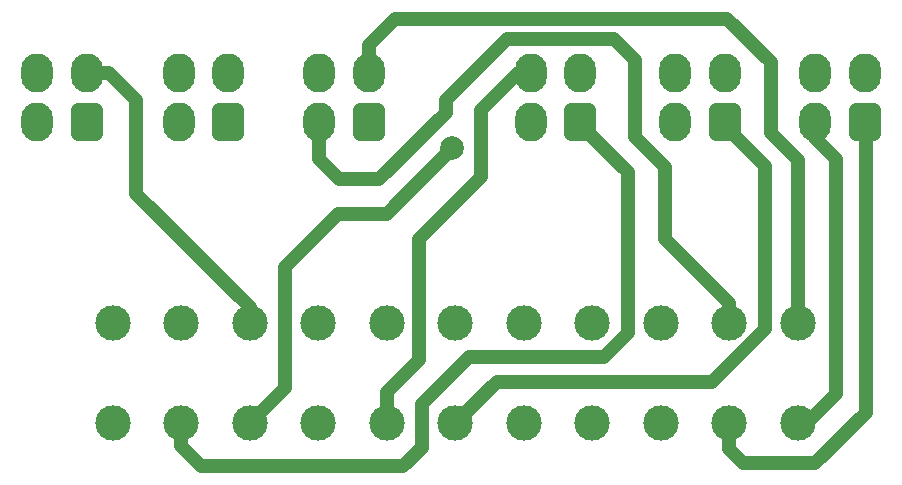
<source format=gbl>
G04 #@! TF.GenerationSoftware,KiCad,Pcbnew,6.0.11-2627ca5db0~126~ubuntu22.04.1*
G04 #@! TF.CreationDate,2026-01-10T21:31:22+11:00*
G04 #@! TF.ProjectId,CBR_AdapterBoard,4342525f-4164-4617-9074-6572426f6172,rev?*
G04 #@! TF.SameCoordinates,Original*
G04 #@! TF.FileFunction,Copper,L2,Bot*
G04 #@! TF.FilePolarity,Positive*
%FSLAX46Y46*%
G04 Gerber Fmt 4.6, Leading zero omitted, Abs format (unit mm)*
G04 Created by KiCad (PCBNEW 6.0.11-2627ca5db0~126~ubuntu22.04.1) date 2026-01-10 21:31:22*
%MOMM*%
%LPD*%
G01*
G04 APERTURE LIST*
G04 Aperture macros list*
%AMRoundRect*
0 Rectangle with rounded corners*
0 $1 Rounding radius*
0 $2 $3 $4 $5 $6 $7 $8 $9 X,Y pos of 4 corners*
0 Add a 4 corners polygon primitive as box body*
4,1,4,$2,$3,$4,$5,$6,$7,$8,$9,$2,$3,0*
0 Add four circle primitives for the rounded corners*
1,1,$1+$1,$2,$3*
1,1,$1+$1,$4,$5*
1,1,$1+$1,$6,$7*
1,1,$1+$1,$8,$9*
0 Add four rect primitives between the rounded corners*
20,1,$1+$1,$2,$3,$4,$5,0*
20,1,$1+$1,$4,$5,$6,$7,0*
20,1,$1+$1,$6,$7,$8,$9,0*
20,1,$1+$1,$8,$9,$2,$3,0*%
G04 Aperture macros list end*
G04 #@! TA.AperFunction,ComponentPad*
%ADD10C,3.000000*%
G04 #@! TD*
G04 #@! TA.AperFunction,ComponentPad*
%ADD11RoundRect,0.675000X-0.675000X-0.975000X0.675000X-0.975000X0.675000X0.975000X-0.675000X0.975000X0*%
G04 #@! TD*
G04 #@! TA.AperFunction,ComponentPad*
%ADD12O,2.700000X3.300000*%
G04 #@! TD*
G04 #@! TA.AperFunction,ViaPad*
%ADD13C,2.000000*%
G04 #@! TD*
G04 #@! TA.AperFunction,Conductor*
%ADD14C,1.200000*%
G04 #@! TD*
G04 APERTURE END LIST*
D10*
X110975000Y-80500000D03*
X116775000Y-80500000D03*
X122575000Y-80500000D03*
X128375000Y-80500000D03*
X134175000Y-80500000D03*
X139975000Y-80500000D03*
X145775000Y-80500000D03*
X151575000Y-80500000D03*
X157375000Y-80500000D03*
X163175000Y-80500000D03*
X168975000Y-80500000D03*
X110975000Y-89000000D03*
X116775000Y-89000000D03*
X122575000Y-89000000D03*
X128375000Y-89000000D03*
X134175000Y-89000000D03*
X139975000Y-89000000D03*
X145775000Y-89000000D03*
X151575000Y-89000000D03*
X157375000Y-89000000D03*
X163175000Y-89000000D03*
X168975000Y-89000000D03*
D11*
X108800000Y-63520000D03*
D12*
X104600002Y-63520000D03*
X108800000Y-59320110D03*
X104600002Y-59320110D03*
D11*
X150575000Y-63520000D03*
D12*
X146375002Y-63520000D03*
X150575000Y-59320110D03*
X146375002Y-59320110D03*
D11*
X132650000Y-63520000D03*
D12*
X128450002Y-63520000D03*
X132650000Y-59320110D03*
X128450002Y-59320110D03*
D11*
X120750000Y-63520000D03*
D12*
X116550002Y-63520000D03*
X120750000Y-59320110D03*
X116550002Y-59320110D03*
D11*
X162800000Y-63520000D03*
D12*
X158600002Y-63520000D03*
X162800000Y-59320110D03*
X158600002Y-59320110D03*
D11*
X174650000Y-63520000D03*
D12*
X170450002Y-63520000D03*
X174650000Y-59320110D03*
X170450002Y-59320110D03*
D13*
X139700000Y-65740000D03*
D14*
X122575000Y-79195000D02*
X122575000Y-80500000D01*
X112950000Y-61630000D02*
X112950000Y-69570000D01*
X112950000Y-69570000D02*
X122575000Y-79195000D01*
X110640110Y-59320110D02*
X112950000Y-61630000D01*
X108800000Y-59320110D02*
X110640110Y-59320110D01*
X139160000Y-61635000D02*
X139160000Y-62710000D01*
X157720000Y-67280000D02*
X155200000Y-64760000D01*
X163175000Y-78825000D02*
X157720000Y-73370000D01*
X133550000Y-68320000D02*
X130150000Y-68320000D01*
X139160000Y-62710000D02*
X133550000Y-68320000D01*
X157720000Y-73370000D02*
X157720000Y-67280000D01*
X130150000Y-68320000D02*
X128450002Y-66620002D01*
X155200000Y-58295000D02*
X153385000Y-56480000D01*
X128450002Y-66620002D02*
X128450002Y-63520000D01*
X144315000Y-56480000D02*
X139160000Y-61635000D01*
X163175000Y-80500000D02*
X163175000Y-78825000D01*
X153385000Y-56480000D02*
X144315000Y-56480000D01*
X155200000Y-64760000D02*
X155200000Y-58295000D01*
X166710000Y-58455000D02*
X163000000Y-54745000D01*
X168975000Y-66695000D02*
X166710000Y-64430000D01*
X166710000Y-64430000D02*
X166710000Y-58455000D01*
X132650000Y-56995000D02*
X132650000Y-59320110D01*
X168975000Y-80500000D02*
X168975000Y-66695000D01*
X134900000Y-54745000D02*
X132650000Y-56995000D01*
X163000000Y-54745000D02*
X134900000Y-54745000D01*
X150575000Y-63770000D02*
X154575000Y-67770000D01*
X152600000Y-83370000D02*
X141152308Y-83370000D01*
X154575000Y-67770000D02*
X154575000Y-81395000D01*
X118490000Y-92660000D02*
X116775000Y-90945000D01*
X154575000Y-81395000D02*
X152600000Y-83370000D01*
X116775000Y-90945000D02*
X116775000Y-89000000D01*
X137130000Y-87392308D02*
X137130000Y-91110000D01*
X137130000Y-91110000D02*
X135580000Y-92660000D01*
X135580000Y-92660000D02*
X118490000Y-92660000D01*
X141152308Y-83370000D02*
X137130000Y-87392308D01*
X130025000Y-71270000D02*
X125550000Y-75745000D01*
X134170000Y-71270000D02*
X130025000Y-71270000D01*
X139700000Y-65740000D02*
X134170000Y-71270000D01*
X125550000Y-75745000D02*
X125550000Y-86025000D01*
X125550000Y-86025000D02*
X122575000Y-89000000D01*
X142150000Y-62460000D02*
X145289890Y-59320110D01*
X134175000Y-86395000D02*
X136890000Y-83680000D01*
X142150000Y-68190000D02*
X142150000Y-62460000D01*
X134175000Y-86395000D02*
X134175000Y-89000000D01*
X136890000Y-73450000D02*
X142150000Y-68190000D01*
X136890000Y-83680000D02*
X136890000Y-73450000D01*
X145289890Y-59320110D02*
X146375002Y-59320110D01*
X143485000Y-85490000D02*
X139975000Y-89000000D01*
X162800000Y-63520000D02*
X162800000Y-63845000D01*
X161755000Y-85490000D02*
X143485000Y-85490000D01*
X166175000Y-67220000D02*
X166175000Y-81070000D01*
X166175000Y-81070000D02*
X161755000Y-85490000D01*
X162800000Y-63845000D02*
X166175000Y-67220000D01*
X174650000Y-63520000D02*
X174720000Y-63590000D01*
X163175000Y-91215000D02*
X163175000Y-89000000D01*
X164330000Y-92370000D02*
X163175000Y-91215000D01*
X174720000Y-88120000D02*
X170470000Y-92370000D01*
X170470000Y-92370000D02*
X164330000Y-92370000D01*
X174720000Y-63590000D02*
X174720000Y-88120000D01*
X169780000Y-89000000D02*
X168975000Y-89000000D01*
X172220000Y-66610000D02*
X172220000Y-86560000D01*
X172220000Y-86560000D02*
X169780000Y-89000000D01*
X170450002Y-64840002D02*
X172220000Y-66610000D01*
X170450002Y-63520000D02*
X170450002Y-64840002D01*
M02*

</source>
